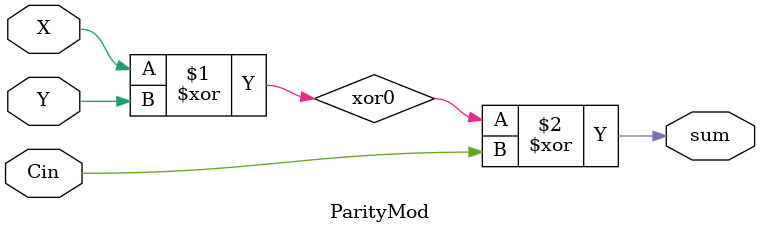
<source format=v>
module TestMod;                     // the "main" thing
   parameter STDIN = 32'h8000_0000; // I/O address of keyboard input channel

   reg [7:0] str [1:3]; // typing in 2 chars at a time (decimal # and Enter key)
   reg [4:0] X, Y;      // 5-bit X, Y to sum
   wire [4:0] S;        // 5-bit Sum to see as result
   wire C5;             // like to know this as well from result of Adder

  // instantiate the big adder module (giving X and Y as input, getting S and C5 as output)
   BigAdder ba(X, Y, S, C5);

   initial begin
      $display("Enter X: ");
      str[1] = $fgetc(STDIN);
      str[2] = $fgetc(STDIN);
      //and the ENTER key:        --> ...
      str[3] = $fgetc(STDIN);
      //convert str to value for X:
        
      // str[1] - 48 first, then times 10, then + str[2] - 48

      str[1] = str[1] - 48;
      str[1] = str[1] * 10;
      str[2] = str[2] - 48;
      X = str[1] + str[2];

      $display("Enter Y: ");
      str[1] = $fgetc(STDIN);
      str[2] = $fgetc(STDIN);
      str[3] = $fgetc(STDIN);
      str[1] = str[1] - 48;
      str[1] = str[1] * 10;
      str[2] = str[2] - 48;
      Y = str[1] + str[2];

      //do the above to get input and convert it to Y

      #1; // wait until Adder gets them processed
      $display("X =  %d (%b)  Y = %d (%b)", X, X, Y, Y);  
      //and
      //$display S and C5 (run demo to see display format)
      $display("Result= %d (%b)  C5 = %d", S, S, C5);
   end
endmodule


module BigAdder(x, y, S, C5);
   input [4:0] x, y;   // two 5-bit input items
   output [4:0] S;          // S should be similar
   output C5;          // another output for a different size

   wire C1, C2, C3, C4;                 // declare temporary wires
   
   	FullAdderMod fa0(x[0], y[0], 0, C1, S[0]);//... (get an instance of a full adder, C0 is 0)
   	FullAdderMod fa1(x[1], y[1], C1, C2, S[1]);//... (get an instance of a full adder)
   	FullAdderMod fa2(x[2], y[2], C2, C3, S[2]);//... (get an instance of a full adder)
   	FullAdderMod fa3(x[3], y[3], C3, C4, S[3]);//... (get an instance of a full adder)
   	FullAdderMod fa4(x[4], y[4], C4, C5, S[4]);//... (get an instance of a full adder)
endmodule


module FullAdderMod(x, y, Cin, Cout, sum); // single-bit adder module
   	input x, y, Cin;
	output Cout, sum;

	MajorityMod m(x, y, Cin, Cout);
	ParityMod p(x, y, Cin, sum);
endmodule

module MajorityMod(X, Y, Cin, Cout); // carry-bit generator module
   //... code the full adder (like in previous assignment) ...
	input X, Y, Cin;
	output Cout;
	
	wire and1, and2, and3;
	
	and(and0, X, Y);
	and(and1, X, Cin);
	and(and2, Cin, Y);
	or(Cout, and0, and1, and2);
endmodule

module ParityMod(X, Y, Cin, sum); // sum-bit generator module
  	input X, Y, Cin;
	output sum;
	
	wire xor0;
	xor(xor0, X, Y);
	xor(sum, xor0, Cin);
endmodule


</source>
